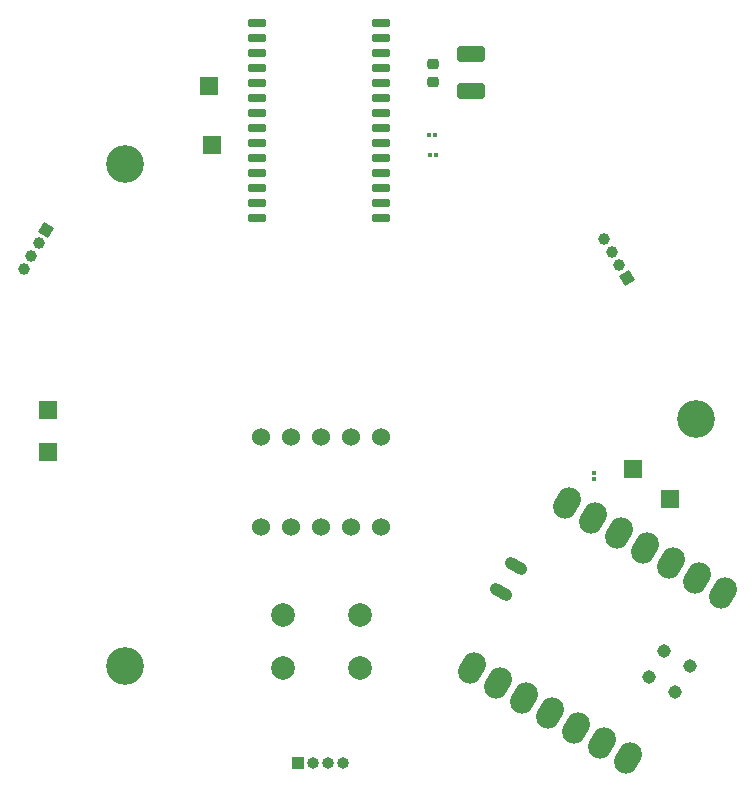
<source format=gbr>
%TF.GenerationSoftware,KiCad,Pcbnew,7.0.10-7.0.10~ubuntu22.04.1*%
%TF.CreationDate,2025-04-20T11:35:09+07:00*%
%TF.ProjectId,Catancenter,43617461-6e63-4656-9e74-65722e6b6963,rev?*%
%TF.SameCoordinates,Original*%
%TF.FileFunction,Soldermask,Bot*%
%TF.FilePolarity,Negative*%
%FSLAX46Y46*%
G04 Gerber Fmt 4.6, Leading zero omitted, Abs format (unit mm)*
G04 Created by KiCad (PCBNEW 7.0.10-7.0.10~ubuntu22.04.1) date 2025-04-20 11:35:09*
%MOMM*%
%LPD*%
G01*
G04 APERTURE LIST*
G04 Aperture macros list*
%AMRoundRect*
0 Rectangle with rounded corners*
0 $1 Rounding radius*
0 $2 $3 $4 $5 $6 $7 $8 $9 X,Y pos of 4 corners*
0 Add a 4 corners polygon primitive as box body*
4,1,4,$2,$3,$4,$5,$6,$7,$8,$9,$2,$3,0*
0 Add four circle primitives for the rounded corners*
1,1,$1+$1,$2,$3*
1,1,$1+$1,$4,$5*
1,1,$1+$1,$6,$7*
1,1,$1+$1,$8,$9*
0 Add four rect primitives between the rounded corners*
20,1,$1+$1,$2,$3,$4,$5,0*
20,1,$1+$1,$4,$5,$6,$7,0*
20,1,$1+$1,$6,$7,$8,$9,0*
20,1,$1+$1,$8,$9,$2,$3,0*%
%AMHorizOval*
0 Thick line with rounded ends*
0 $1 width*
0 $2 $3 position (X,Y) of the first rounded end (center of the circle)*
0 $4 $5 position (X,Y) of the second rounded end (center of the circle)*
0 Add line between two ends*
20,1,$1,$2,$3,$4,$5,0*
0 Add two circle primitives to create the rounded ends*
1,1,$1,$2,$3*
1,1,$1,$4,$5*%
%AMRotRect*
0 Rectangle, with rotation*
0 The origin of the aperture is its center*
0 $1 length*
0 $2 width*
0 $3 Rotation angle, in degrees counterclockwise*
0 Add horizontal line*
21,1,$1,$2,0,0,$3*%
G04 Aperture macros list end*
%ADD10C,2.000000*%
%ADD11C,1.524000*%
%ADD12C,3.200000*%
%ADD13R,1.500000X1.500000*%
%ADD14RotRect,1.000000X1.000000X30.000000*%
%ADD15HorizOval,1.000000X0.000000X0.000000X0.000000X0.000000X0*%
%ADD16RoundRect,0.075000X-0.075000X0.125000X-0.075000X-0.125000X0.075000X-0.125000X0.075000X0.125000X0*%
%ADD17RoundRect,0.075000X0.125000X0.075000X-0.125000X0.075000X-0.125000X-0.075000X0.125000X-0.075000X0*%
%ADD18RotRect,1.000000X1.000000X150.000000*%
%ADD19HorizOval,1.000000X0.000000X0.000000X0.000000X0.000000X0*%
%ADD20HorizOval,1.998980X0.187325X0.324456X-0.187325X-0.324456X0*%
%ADD21HorizOval,1.016000X0.439941X-0.254000X-0.439941X0.254000X0*%
%ADD22C,1.143000*%
%ADD23RoundRect,0.150000X0.650000X0.150000X-0.650000X0.150000X-0.650000X-0.150000X0.650000X-0.150000X0*%
%ADD24RoundRect,0.225000X0.250000X-0.225000X0.250000X0.225000X-0.250000X0.225000X-0.250000X-0.225000X0*%
%ADD25RoundRect,0.250000X0.925000X-0.412500X0.925000X0.412500X-0.925000X0.412500X-0.925000X-0.412500X0*%
%ADD26R,1.000000X1.000000*%
%ADD27O,1.000000X1.000000*%
G04 APERTURE END LIST*
D10*
%TO.C,SW1*%
X81053800Y-93798000D03*
X87553800Y-93798000D03*
X81053800Y-98298000D03*
X87553800Y-98298000D03*
%TD*%
D11*
%TO.C,U2*%
X79222600Y-86309200D03*
X81762600Y-86309200D03*
X84302600Y-86309200D03*
X86842600Y-86309200D03*
X89382600Y-86309200D03*
X89382600Y-78689200D03*
X86842600Y-78689200D03*
X84302600Y-78689200D03*
X81762600Y-78689200D03*
X79222600Y-78689200D03*
%TD*%
D12*
%TO.C,H5*%
X116027200Y-77216000D03*
%TD*%
D13*
%TO.C,GND*%
X61112400Y-79959200D03*
%TD*%
D14*
%TO.C,J1*%
X110152689Y-65265749D03*
D15*
X109517689Y-64165897D03*
X108882689Y-63066044D03*
X108247689Y-61966192D03*
%TD*%
D16*
%TO.C,R3*%
X107365800Y-81745200D03*
X107365800Y-82245200D03*
%TD*%
D12*
%TO.C,H4*%
X67691000Y-55575200D03*
%TD*%
D17*
%TO.C,R1*%
X93946200Y-53162200D03*
X93446200Y-53162200D03*
%TD*%
D18*
%TO.C,J3*%
X61012912Y-61187452D03*
D19*
X60377912Y-62287304D03*
X59742912Y-63387157D03*
X59107912Y-64487009D03*
%TD*%
D13*
%TO.C,VCC*%
X61112400Y-76409200D03*
%TD*%
%TO.C,TP3*%
X75006200Y-54000400D03*
%TD*%
%TO.C,TP4*%
X74803000Y-48996600D03*
%TD*%
D20*
%TO.C,U3*%
X110227379Y-105943562D03*
X108027675Y-104673562D03*
X105827970Y-103403562D03*
X103628266Y-102133562D03*
X101428561Y-100863562D03*
X99228857Y-99593562D03*
X97029152Y-98323562D03*
X105111432Y-84324642D03*
X107311137Y-85594642D03*
X109510841Y-86864642D03*
X111710546Y-88134642D03*
X113910250Y-89404642D03*
X116109955Y-90674642D03*
X118309659Y-91944642D03*
D21*
X99529173Y-91837759D03*
X100804173Y-89629395D03*
D22*
X114254632Y-100340890D03*
X115524632Y-98141185D03*
X112054928Y-99070890D03*
X113324928Y-96871185D03*
%TD*%
D23*
%TO.C,U1*%
X89317000Y-43637200D03*
X89317000Y-44907200D03*
X89317000Y-46177200D03*
X89317000Y-47447200D03*
X89317000Y-48717200D03*
X89317000Y-49987200D03*
X89317000Y-51257200D03*
X89317000Y-52527200D03*
X89317000Y-53797200D03*
X89317000Y-55067200D03*
X89317000Y-56337200D03*
X89317000Y-57607200D03*
X89317000Y-58877200D03*
X89317000Y-60147200D03*
X78867000Y-60147200D03*
X78867000Y-58877200D03*
X78867000Y-57607200D03*
X78867000Y-56337200D03*
X78867000Y-55067200D03*
X78867000Y-53797200D03*
X78867000Y-52527200D03*
X78867000Y-51257200D03*
X78867000Y-49987200D03*
X78867000Y-48717200D03*
X78867000Y-47447200D03*
X78867000Y-46177200D03*
X78867000Y-44907200D03*
X78867000Y-43637200D03*
%TD*%
D24*
%TO.C,C1*%
X93726000Y-48654000D03*
X93726000Y-47104000D03*
%TD*%
D13*
%TO.C,TP2*%
X110642400Y-81457800D03*
%TD*%
D17*
%TO.C,R2*%
X94001400Y-54838600D03*
X93501400Y-54838600D03*
%TD*%
D12*
%TO.C,H1*%
X67691000Y-98094800D03*
%TD*%
D25*
%TO.C,C2*%
X96977200Y-49403000D03*
X96977200Y-46328000D03*
%TD*%
D26*
%TO.C,J2*%
X82301000Y-106363200D03*
D27*
X83571000Y-106363200D03*
X84841000Y-106363200D03*
X86111000Y-106363200D03*
%TD*%
D13*
%TO.C,TP1*%
X113842800Y-83947000D03*
%TD*%
M02*

</source>
